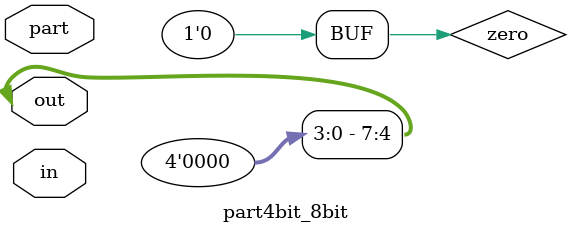
<source format=v>
module part4bit_8bit(in, out, part);
	input [7:0] in;
	input [7:0] out;
	input part;
	supply0 zero;
	myif if1(part, in[4], in[0], out[0]);
	myif if2(part, in[5], in[1], out[1]);
	myif if3(part, in[6], in[2], out[2]);
	myif if4(part, in[7], in[3], out[3]);
	assign out[4] = zero;
	assign out[5] = zero;
	assign out[6] = zero;
	assign out[7] = zero;
endmodule

</source>
